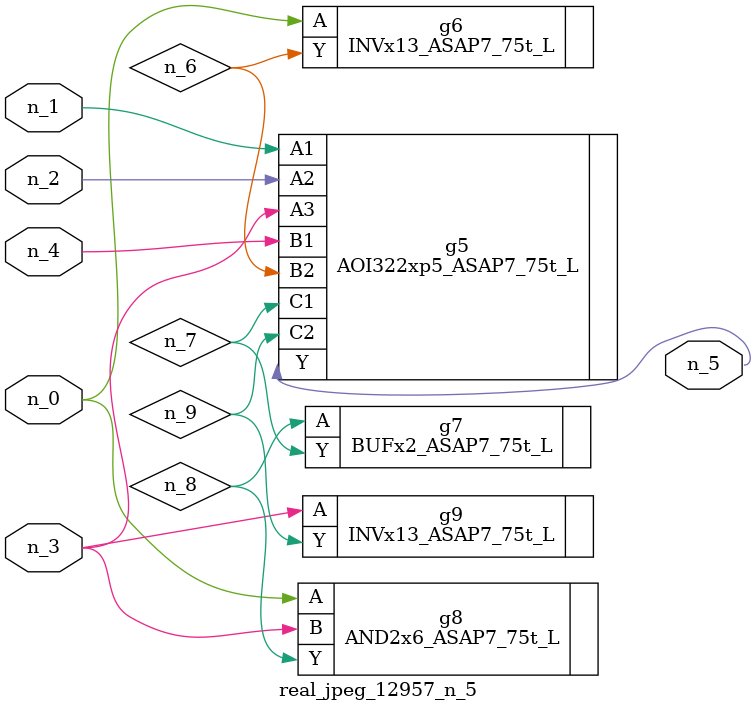
<source format=v>
module real_jpeg_12957_n_5 (n_4, n_0, n_1, n_2, n_3, n_5);

input n_4;
input n_0;
input n_1;
input n_2;
input n_3;

output n_5;

wire n_8;
wire n_6;
wire n_7;
wire n_9;

INVx13_ASAP7_75t_L g6 ( 
.A(n_0),
.Y(n_6)
);

AND2x6_ASAP7_75t_L g8 ( 
.A(n_0),
.B(n_3),
.Y(n_8)
);

AOI322xp5_ASAP7_75t_L g5 ( 
.A1(n_1),
.A2(n_2),
.A3(n_3),
.B1(n_4),
.B2(n_6),
.C1(n_7),
.C2(n_9),
.Y(n_5)
);

INVx13_ASAP7_75t_L g9 ( 
.A(n_3),
.Y(n_9)
);

BUFx2_ASAP7_75t_L g7 ( 
.A(n_8),
.Y(n_7)
);


endmodule
</source>
